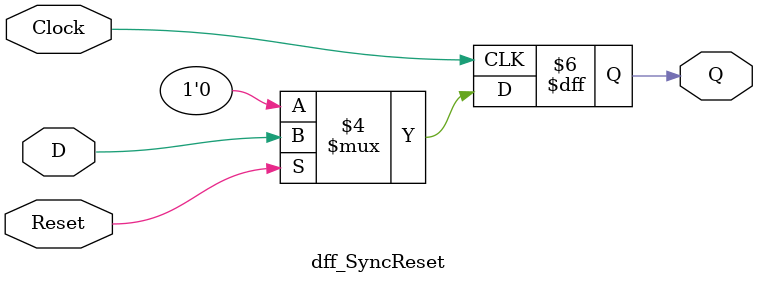
<source format=v>
`timescale 1ns / 1ps

module dff_SyncReset (Clock, D, Q, Reset);
	input Clock;
	input D;
	input Reset;
	output reg Q; 

always @ (posedge Clock)
	begin
		// Q <= (!Reset)? 0 : D;
		if(!Reset) 
			Q <= 0; // Q <= 1'b0;
                    // Qn <= 1'b1; στο σχήμα της 
                    // άσκησης δεν έχει ανάστροφη έξοδο
		else
			Q <= D;	
					// Qn <= -D; στο σχήμα της 
                    // άσκησης δεν έχει ανάστροφη έξοδο
	end

endmodule

</source>
